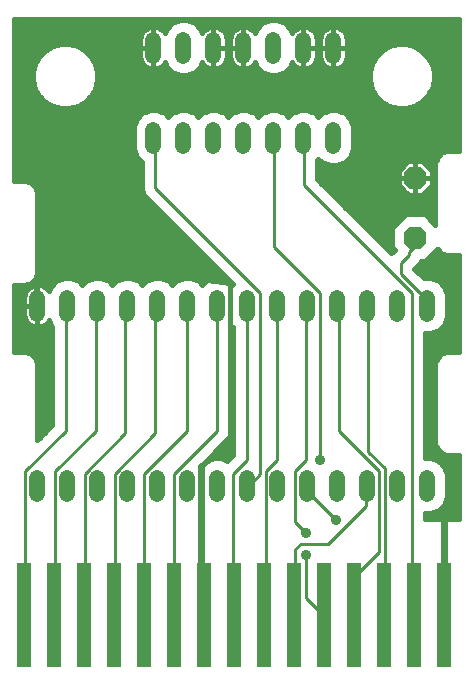
<source format=gbl>
G75*
%MOIN*%
%OFA0B0*%
%FSLAX25Y25*%
%IPPOS*%
%LPD*%
%AMOC8*
5,1,8,0,0,1.08239X$1,22.5*
%
%ADD10OC8,0.07600*%
%ADD11C,0.05200*%
%ADD12R,0.05000X0.35000*%
%ADD13C,0.02400*%
%ADD14C,0.01000*%
%ADD15C,0.01600*%
%ADD16C,0.03600*%
D10*
X0352445Y0148100D03*
X0352445Y0168100D03*
D11*
X0325161Y0178847D02*
X0325161Y0184047D01*
X0315161Y0184047D02*
X0315161Y0178847D01*
X0305161Y0178847D02*
X0305161Y0184047D01*
X0295161Y0184047D02*
X0295161Y0178847D01*
X0285161Y0178847D02*
X0285161Y0184047D01*
X0275161Y0184047D02*
X0275161Y0178847D01*
X0265161Y0178847D02*
X0265161Y0184047D01*
X0265161Y0208847D02*
X0265161Y0214047D01*
X0275161Y0214047D02*
X0275161Y0208847D01*
X0285161Y0208847D02*
X0285161Y0214047D01*
X0295161Y0214047D02*
X0295161Y0208847D01*
X0305161Y0208847D02*
X0305161Y0214047D01*
X0315161Y0214047D02*
X0315161Y0208847D01*
X0325161Y0208847D02*
X0325161Y0214047D01*
X0326500Y0128063D02*
X0326500Y0122863D01*
X0316500Y0122863D02*
X0316500Y0128063D01*
X0306500Y0128063D02*
X0306500Y0122863D01*
X0296500Y0122863D02*
X0296500Y0128063D01*
X0286500Y0128063D02*
X0286500Y0122863D01*
X0276500Y0122863D02*
X0276500Y0128063D01*
X0266500Y0128063D02*
X0266500Y0122863D01*
X0256500Y0122863D02*
X0256500Y0128063D01*
X0246500Y0128063D02*
X0246500Y0122863D01*
X0236500Y0122863D02*
X0236500Y0128063D01*
X0226500Y0128063D02*
X0226500Y0122863D01*
X0226500Y0068063D02*
X0226500Y0062863D01*
X0236500Y0062863D02*
X0236500Y0068063D01*
X0246500Y0068063D02*
X0246500Y0062863D01*
X0256500Y0062863D02*
X0256500Y0068063D01*
X0266500Y0068063D02*
X0266500Y0062863D01*
X0276500Y0062863D02*
X0276500Y0068063D01*
X0286500Y0068063D02*
X0286500Y0062863D01*
X0296500Y0062863D02*
X0296500Y0068063D01*
X0306500Y0068063D02*
X0306500Y0062863D01*
X0316500Y0062863D02*
X0316500Y0068063D01*
X0326500Y0068063D02*
X0326500Y0062863D01*
X0336500Y0062863D02*
X0336500Y0068063D01*
X0346500Y0068063D02*
X0346500Y0062863D01*
X0356500Y0062863D02*
X0356500Y0068063D01*
X0356500Y0122863D02*
X0356500Y0128063D01*
X0346500Y0128063D02*
X0346500Y0122863D01*
X0336500Y0122863D02*
X0336500Y0128063D01*
D12*
X0332031Y0022293D03*
X0322031Y0022293D03*
X0312031Y0022293D03*
X0302031Y0022293D03*
X0292031Y0022293D03*
X0282031Y0022293D03*
X0272031Y0022293D03*
X0262031Y0022293D03*
X0252031Y0022293D03*
X0242031Y0022293D03*
X0232031Y0022293D03*
X0222031Y0022293D03*
X0342031Y0022293D03*
X0352031Y0022293D03*
X0362031Y0022293D03*
D13*
X0362000Y0022660D02*
X0362000Y0054321D01*
X0280988Y0072037D02*
X0280988Y0022293D01*
D14*
X0272031Y0022293D02*
X0272000Y0022660D01*
X0272000Y0069460D01*
X0286400Y0083860D01*
X0286400Y0125260D01*
X0286500Y0125463D01*
X0296300Y0125260D02*
X0296500Y0125463D01*
X0296300Y0125260D02*
X0296300Y0073960D01*
X0291800Y0069460D01*
X0291800Y0022660D01*
X0292031Y0022293D01*
X0302031Y0022293D02*
X0302600Y0022660D01*
X0302600Y0070360D01*
X0306200Y0073960D01*
X0306200Y0125260D01*
X0306500Y0125463D01*
X0300800Y0129760D02*
X0300800Y0069460D01*
X0297200Y0065860D01*
X0296500Y0065463D01*
X0312500Y0070360D02*
X0312500Y0053260D01*
X0316100Y0049660D01*
X0314300Y0046060D02*
X0312500Y0044260D01*
X0312500Y0022660D01*
X0312031Y0022293D01*
X0316100Y0028060D02*
X0321500Y0022660D01*
X0322031Y0022293D01*
X0332031Y0022293D02*
X0332300Y0022660D01*
X0332300Y0035260D01*
X0340400Y0043360D01*
X0340400Y0070360D01*
X0326900Y0083860D01*
X0326900Y0125260D01*
X0326500Y0125463D01*
X0320600Y0129760D02*
X0320600Y0073960D01*
X0316100Y0073960D02*
X0312500Y0070360D01*
X0316100Y0073960D02*
X0316100Y0125260D01*
X0316500Y0125463D01*
X0320600Y0129760D02*
X0305300Y0145060D01*
X0305300Y0181060D01*
X0305161Y0181447D01*
X0315161Y0181447D02*
X0315200Y0181060D01*
X0315200Y0165760D01*
X0351200Y0129760D01*
X0351200Y0022660D01*
X0352031Y0022293D01*
X0362000Y0022660D02*
X0362031Y0022293D01*
X0342200Y0022660D02*
X0342031Y0022293D01*
X0342200Y0022660D02*
X0342200Y0071260D01*
X0336800Y0076660D01*
X0336800Y0125260D01*
X0336500Y0125463D01*
X0347600Y0136060D02*
X0355700Y0127960D01*
X0355700Y0126160D01*
X0356500Y0125463D01*
X0347600Y0136060D02*
X0347600Y0139660D01*
X0350300Y0142360D01*
X0350300Y0143260D01*
X0352100Y0145060D01*
X0352100Y0147760D01*
X0352445Y0148100D01*
X0300800Y0129760D02*
X0265700Y0164860D01*
X0265700Y0181060D01*
X0265161Y0181447D01*
X0266500Y0125463D02*
X0265700Y0125260D01*
X0265700Y0082960D01*
X0252200Y0069460D01*
X0252200Y0022660D01*
X0252031Y0022293D01*
X0242300Y0022660D02*
X0242031Y0022293D01*
X0242300Y0022660D02*
X0242300Y0069460D01*
X0255800Y0082960D01*
X0255800Y0125260D01*
X0256500Y0125463D01*
X0246500Y0125463D02*
X0245900Y0125260D01*
X0245900Y0083860D01*
X0232400Y0070360D01*
X0232400Y0022660D01*
X0232031Y0022293D01*
X0222500Y0022660D02*
X0222031Y0022293D01*
X0222500Y0022660D02*
X0222500Y0070360D01*
X0236000Y0083860D01*
X0236000Y0125260D01*
X0236500Y0125463D01*
X0276500Y0125463D02*
X0276500Y0083860D01*
X0262100Y0069460D01*
X0262100Y0022660D01*
X0262031Y0022293D01*
X0316100Y0028060D02*
X0316100Y0042460D01*
X0314300Y0046060D02*
X0323300Y0046060D01*
X0335900Y0058660D01*
X0335900Y0064960D01*
X0336500Y0065463D01*
X0326000Y0054160D02*
X0317000Y0063160D01*
X0317000Y0064960D01*
X0316500Y0065463D01*
D15*
X0218559Y0110002D02*
X0218559Y0132498D01*
X0222828Y0132498D01*
X0224482Y0133183D01*
X0225748Y0134449D01*
X0226433Y0136103D01*
X0226433Y0163484D01*
X0225748Y0165138D01*
X0224482Y0166403D01*
X0222828Y0167089D01*
X0218559Y0167089D01*
X0218559Y0221081D01*
X0367039Y0221081D01*
X0367039Y0176931D01*
X0362770Y0176931D01*
X0361116Y0176246D01*
X0359850Y0174980D01*
X0359165Y0173326D01*
X0359165Y0152411D01*
X0355676Y0155900D01*
X0349214Y0155900D01*
X0344645Y0151331D01*
X0344645Y0144870D01*
X0345545Y0143969D01*
X0345051Y0143475D01*
X0344450Y0142874D01*
X0319700Y0167624D01*
X0319700Y0174052D01*
X0320161Y0174513D01*
X0321423Y0173252D01*
X0323849Y0172247D01*
X0326474Y0172247D01*
X0328900Y0173252D01*
X0330757Y0175108D01*
X0331761Y0177534D01*
X0331761Y0185360D01*
X0330757Y0187785D01*
X0328900Y0189642D01*
X0326474Y0190647D01*
X0323849Y0190647D01*
X0321423Y0189642D01*
X0320161Y0188381D01*
X0318900Y0189642D01*
X0316474Y0190647D01*
X0313849Y0190647D01*
X0311423Y0189642D01*
X0310161Y0188381D01*
X0308900Y0189642D01*
X0306474Y0190647D01*
X0303849Y0190647D01*
X0301423Y0189642D01*
X0300161Y0188381D01*
X0298900Y0189642D01*
X0296474Y0190647D01*
X0293849Y0190647D01*
X0291423Y0189642D01*
X0290161Y0188381D01*
X0288900Y0189642D01*
X0286474Y0190647D01*
X0283849Y0190647D01*
X0281423Y0189642D01*
X0280161Y0188381D01*
X0278900Y0189642D01*
X0276474Y0190647D01*
X0273849Y0190647D01*
X0271423Y0189642D01*
X0270161Y0188381D01*
X0268900Y0189642D01*
X0266474Y0190647D01*
X0263849Y0190647D01*
X0261423Y0189642D01*
X0259566Y0187785D01*
X0258561Y0185360D01*
X0258561Y0177534D01*
X0259566Y0175108D01*
X0261200Y0173474D01*
X0261200Y0163965D01*
X0261885Y0162311D01*
X0291650Y0132546D01*
X0291500Y0132396D01*
X0290239Y0133658D01*
X0287813Y0134663D01*
X0285187Y0134663D01*
X0282761Y0133658D01*
X0281500Y0132396D01*
X0280239Y0133658D01*
X0277813Y0134663D01*
X0275187Y0134663D01*
X0272761Y0133658D01*
X0271500Y0132396D01*
X0270239Y0133658D01*
X0267813Y0134663D01*
X0265187Y0134663D01*
X0262761Y0133658D01*
X0261500Y0132396D01*
X0260239Y0133658D01*
X0257813Y0134663D01*
X0255187Y0134663D01*
X0252761Y0133658D01*
X0251500Y0132396D01*
X0250239Y0133658D01*
X0247813Y0134663D01*
X0245187Y0134663D01*
X0242761Y0133658D01*
X0241500Y0132396D01*
X0240239Y0133658D01*
X0237813Y0134663D01*
X0235187Y0134663D01*
X0232761Y0133658D01*
X0230905Y0131801D01*
X0230290Y0130316D01*
X0230263Y0130369D01*
X0229856Y0130929D01*
X0229366Y0131419D01*
X0228806Y0131826D01*
X0228189Y0132140D01*
X0227530Y0132354D01*
X0226846Y0132463D01*
X0226500Y0132463D01*
X0226154Y0132463D01*
X0225470Y0132354D01*
X0224811Y0132140D01*
X0224194Y0131826D01*
X0223634Y0131419D01*
X0223144Y0130929D01*
X0222737Y0130369D01*
X0222422Y0129752D01*
X0222208Y0129093D01*
X0222100Y0128409D01*
X0222100Y0125463D01*
X0226500Y0125463D01*
X0226500Y0132463D01*
X0226500Y0125463D01*
X0226500Y0125463D01*
X0226500Y0125463D01*
X0225870Y0133061D01*
X0229807Y0140935D01*
X0290831Y0133061D01*
X0290831Y0081880D01*
X0280988Y0072037D01*
X0288862Y0077943D01*
X0287174Y0078270D02*
X0291800Y0078270D01*
X0291800Y0079868D02*
X0288772Y0079868D01*
X0290215Y0081311D02*
X0290900Y0082965D01*
X0290900Y0084755D01*
X0290900Y0117929D01*
X0291500Y0118529D01*
X0291800Y0118229D01*
X0291800Y0075824D01*
X0289811Y0073835D01*
X0287813Y0074663D01*
X0285187Y0074663D01*
X0282761Y0073658D01*
X0281500Y0072396D01*
X0281400Y0072496D01*
X0290215Y0081311D01*
X0290279Y0081467D02*
X0291800Y0081467D01*
X0291800Y0083065D02*
X0290900Y0083065D01*
X0290900Y0084664D02*
X0291800Y0084664D01*
X0291800Y0086262D02*
X0290900Y0086262D01*
X0290900Y0087861D02*
X0291800Y0087861D01*
X0291800Y0089459D02*
X0290900Y0089459D01*
X0290900Y0091058D02*
X0291800Y0091058D01*
X0291800Y0092656D02*
X0290900Y0092656D01*
X0290900Y0094255D02*
X0291800Y0094255D01*
X0291800Y0095853D02*
X0290900Y0095853D01*
X0290900Y0097452D02*
X0291800Y0097452D01*
X0291800Y0099050D02*
X0290900Y0099050D01*
X0290900Y0100649D02*
X0291800Y0100649D01*
X0291800Y0102247D02*
X0290900Y0102247D01*
X0290900Y0103846D02*
X0291800Y0103846D01*
X0291800Y0105444D02*
X0290900Y0105444D01*
X0290900Y0107043D02*
X0291800Y0107043D01*
X0291800Y0108642D02*
X0290900Y0108642D01*
X0290900Y0110240D02*
X0291800Y0110240D01*
X0291800Y0111839D02*
X0290900Y0111839D01*
X0290900Y0113437D02*
X0291800Y0113437D01*
X0291800Y0115036D02*
X0290900Y0115036D01*
X0290900Y0116634D02*
X0291800Y0116634D01*
X0291796Y0118233D02*
X0291204Y0118233D01*
X0291277Y0132619D02*
X0291577Y0132619D01*
X0289979Y0134218D02*
X0288887Y0134218D01*
X0288380Y0135816D02*
X0226314Y0135816D01*
X0226433Y0137415D02*
X0286782Y0137415D01*
X0285183Y0139013D02*
X0226433Y0139013D01*
X0226433Y0140612D02*
X0283585Y0140612D01*
X0281986Y0142210D02*
X0226433Y0142210D01*
X0226433Y0143809D02*
X0280388Y0143809D01*
X0278789Y0145407D02*
X0226433Y0145407D01*
X0226433Y0147006D02*
X0277190Y0147006D01*
X0275592Y0148604D02*
X0226433Y0148604D01*
X0226433Y0150203D02*
X0273993Y0150203D01*
X0272395Y0151801D02*
X0226433Y0151801D01*
X0226433Y0153400D02*
X0270796Y0153400D01*
X0269198Y0154998D02*
X0226433Y0154998D01*
X0226433Y0156597D02*
X0267599Y0156597D01*
X0266001Y0158195D02*
X0226433Y0158195D01*
X0226433Y0159794D02*
X0264402Y0159794D01*
X0262804Y0161392D02*
X0226433Y0161392D01*
X0226433Y0162991D02*
X0261604Y0162991D01*
X0261200Y0164589D02*
X0225975Y0164589D01*
X0224698Y0166188D02*
X0261200Y0166188D01*
X0261200Y0167786D02*
X0218559Y0167786D01*
X0218559Y0169385D02*
X0261200Y0169385D01*
X0261200Y0170983D02*
X0218559Y0170983D01*
X0218559Y0172582D02*
X0261200Y0172582D01*
X0260494Y0174180D02*
X0218559Y0174180D01*
X0218559Y0175779D02*
X0259288Y0175779D01*
X0258626Y0177377D02*
X0218559Y0177377D01*
X0218559Y0178976D02*
X0258561Y0178976D01*
X0258561Y0180575D02*
X0218559Y0180575D01*
X0218559Y0182173D02*
X0258561Y0182173D01*
X0258561Y0183772D02*
X0218559Y0183772D01*
X0218559Y0185370D02*
X0258566Y0185370D01*
X0259228Y0186969D02*
X0218559Y0186969D01*
X0218559Y0188567D02*
X0260348Y0188567D01*
X0262687Y0190166D02*
X0218559Y0190166D01*
X0218559Y0191764D02*
X0232445Y0191764D01*
X0231585Y0191994D02*
X0234305Y0191266D01*
X0237120Y0191266D01*
X0239840Y0191994D01*
X0242278Y0193402D01*
X0244269Y0195393D01*
X0245677Y0197831D01*
X0246405Y0200551D01*
X0246405Y0203366D01*
X0245677Y0206086D01*
X0244269Y0208524D01*
X0242278Y0210515D01*
X0239840Y0211923D01*
X0237120Y0212652D01*
X0234305Y0212652D01*
X0231585Y0211923D01*
X0229147Y0210515D01*
X0227156Y0208524D01*
X0225748Y0206086D01*
X0225020Y0203366D01*
X0225020Y0200551D01*
X0225748Y0197831D01*
X0227156Y0195393D01*
X0229147Y0193402D01*
X0231585Y0191994D01*
X0229216Y0193363D02*
X0218559Y0193363D01*
X0218559Y0194961D02*
X0227588Y0194961D01*
X0226483Y0196560D02*
X0218559Y0196560D01*
X0218559Y0198158D02*
X0225661Y0198158D01*
X0225232Y0199757D02*
X0218559Y0199757D01*
X0218559Y0201355D02*
X0225020Y0201355D01*
X0225020Y0202954D02*
X0218559Y0202954D01*
X0218559Y0204552D02*
X0225337Y0204552D01*
X0225786Y0206151D02*
X0218559Y0206151D01*
X0218559Y0207749D02*
X0226709Y0207749D01*
X0227980Y0209348D02*
X0218559Y0209348D01*
X0218559Y0210946D02*
X0229894Y0210946D01*
X0233906Y0212545D02*
X0218559Y0212545D01*
X0218559Y0214143D02*
X0260761Y0214143D01*
X0260761Y0214393D02*
X0260761Y0211447D01*
X0265161Y0211447D01*
X0265161Y0211447D01*
X0265161Y0218447D01*
X0264815Y0218447D01*
X0264131Y0218338D01*
X0263472Y0218124D01*
X0262855Y0217810D01*
X0262295Y0217403D01*
X0261805Y0216913D01*
X0261398Y0216353D01*
X0261084Y0215736D01*
X0260870Y0215077D01*
X0260761Y0214393D01*
X0261087Y0215742D02*
X0218559Y0215742D01*
X0218559Y0217340D02*
X0262232Y0217340D01*
X0265161Y0217340D02*
X0265161Y0217340D01*
X0265161Y0218447D02*
X0265161Y0211447D01*
X0265161Y0211447D01*
X0260761Y0211447D01*
X0260761Y0208501D01*
X0260870Y0207817D01*
X0261084Y0207158D01*
X0261398Y0206541D01*
X0261805Y0205980D01*
X0262295Y0205491D01*
X0262855Y0205084D01*
X0263472Y0204769D01*
X0264131Y0204555D01*
X0264815Y0204447D01*
X0265161Y0204447D01*
X0265161Y0211447D01*
X0265161Y0211447D01*
X0265161Y0204447D01*
X0265508Y0204447D01*
X0266192Y0204555D01*
X0266850Y0204769D01*
X0267468Y0205084D01*
X0268028Y0205491D01*
X0268518Y0205980D01*
X0268925Y0206541D01*
X0268951Y0206593D01*
X0269566Y0205108D01*
X0271423Y0203252D01*
X0273849Y0202247D01*
X0276474Y0202247D01*
X0278900Y0203252D01*
X0280757Y0205108D01*
X0281372Y0206593D01*
X0281398Y0206541D01*
X0281805Y0205980D01*
X0282295Y0205491D01*
X0282855Y0205084D01*
X0283472Y0204769D01*
X0284131Y0204555D01*
X0284815Y0204447D01*
X0285161Y0204447D01*
X0285161Y0211447D01*
X0285161Y0218447D01*
X0284815Y0218447D01*
X0284131Y0218338D01*
X0283472Y0218124D01*
X0282855Y0217810D01*
X0282295Y0217403D01*
X0281805Y0216913D01*
X0281398Y0216353D01*
X0281372Y0216301D01*
X0280757Y0217785D01*
X0278900Y0219642D01*
X0276474Y0220647D01*
X0273849Y0220647D01*
X0271423Y0219642D01*
X0269566Y0217785D01*
X0268951Y0216301D01*
X0268925Y0216353D01*
X0268518Y0216913D01*
X0268028Y0217403D01*
X0267468Y0217810D01*
X0266850Y0218124D01*
X0266192Y0218338D01*
X0265508Y0218447D01*
X0265161Y0218447D01*
X0268091Y0217340D02*
X0269382Y0217340D01*
X0270720Y0218939D02*
X0218559Y0218939D01*
X0218559Y0220537D02*
X0273584Y0220537D01*
X0276739Y0220537D02*
X0303584Y0220537D01*
X0303849Y0220647D02*
X0301423Y0219642D01*
X0299566Y0217785D01*
X0298951Y0216301D01*
X0298925Y0216353D01*
X0298518Y0216913D01*
X0298028Y0217403D01*
X0297468Y0217810D01*
X0296850Y0218124D01*
X0296192Y0218338D01*
X0295508Y0218447D01*
X0295161Y0218447D01*
X0294815Y0218447D01*
X0294131Y0218338D01*
X0293472Y0218124D01*
X0292855Y0217810D01*
X0292295Y0217403D01*
X0291805Y0216913D01*
X0291398Y0216353D01*
X0291084Y0215736D01*
X0290870Y0215077D01*
X0290761Y0214393D01*
X0290761Y0211447D01*
X0295161Y0211447D01*
X0295161Y0211447D01*
X0295161Y0218447D01*
X0295161Y0211447D01*
X0295161Y0211447D01*
X0290761Y0211447D01*
X0290761Y0208501D01*
X0290870Y0207817D01*
X0291084Y0207158D01*
X0291398Y0206541D01*
X0291805Y0205980D01*
X0292295Y0205491D01*
X0292855Y0205084D01*
X0293472Y0204769D01*
X0294131Y0204555D01*
X0294815Y0204447D01*
X0295161Y0204447D01*
X0295161Y0211447D01*
X0295161Y0211447D01*
X0295161Y0204447D01*
X0295508Y0204447D01*
X0296192Y0204555D01*
X0296850Y0204769D01*
X0297468Y0205084D01*
X0298028Y0205491D01*
X0298518Y0205980D01*
X0298925Y0206541D01*
X0298951Y0206593D01*
X0299566Y0205108D01*
X0301423Y0203252D01*
X0303849Y0202247D01*
X0306474Y0202247D01*
X0308900Y0203252D01*
X0310757Y0205108D01*
X0311372Y0206593D01*
X0311398Y0206541D01*
X0311805Y0205980D01*
X0312295Y0205491D01*
X0312855Y0205084D01*
X0313472Y0204769D01*
X0314131Y0204555D01*
X0314815Y0204447D01*
X0315161Y0204447D01*
X0315161Y0211447D01*
X0315161Y0218447D01*
X0314815Y0218447D01*
X0314131Y0218338D01*
X0313472Y0218124D01*
X0312855Y0217810D01*
X0312295Y0217403D01*
X0311805Y0216913D01*
X0311398Y0216353D01*
X0311372Y0216301D01*
X0310757Y0217785D01*
X0308900Y0219642D01*
X0306474Y0220647D01*
X0303849Y0220647D01*
X0306739Y0220537D02*
X0367039Y0220537D01*
X0367039Y0218939D02*
X0309603Y0218939D01*
X0310941Y0217340D02*
X0312232Y0217340D01*
X0315161Y0217340D02*
X0315161Y0217340D01*
X0315161Y0218447D02*
X0315161Y0211447D01*
X0315161Y0211447D01*
X0315161Y0211447D01*
X0315162Y0211447D02*
X0319561Y0211447D01*
X0319561Y0214393D01*
X0319453Y0215077D01*
X0319239Y0215736D01*
X0318925Y0216353D01*
X0318518Y0216913D01*
X0318028Y0217403D01*
X0317468Y0217810D01*
X0316850Y0218124D01*
X0316192Y0218338D01*
X0315508Y0218447D01*
X0315161Y0218447D01*
X0318091Y0217340D02*
X0322232Y0217340D01*
X0322295Y0217403D02*
X0321805Y0216913D01*
X0321398Y0216353D01*
X0321084Y0215736D01*
X0320870Y0215077D01*
X0320761Y0214393D01*
X0320761Y0211447D01*
X0325161Y0211447D01*
X0325161Y0211447D01*
X0325161Y0218447D01*
X0324815Y0218447D01*
X0324131Y0218338D01*
X0323472Y0218124D01*
X0322855Y0217810D01*
X0322295Y0217403D01*
X0321087Y0215742D02*
X0319236Y0215742D01*
X0319561Y0214143D02*
X0320761Y0214143D01*
X0320761Y0212545D02*
X0319561Y0212545D01*
X0319561Y0211447D02*
X0315162Y0211447D01*
X0315162Y0211447D01*
X0315161Y0211447D02*
X0315161Y0204447D01*
X0315508Y0204447D01*
X0316192Y0204555D01*
X0316850Y0204769D01*
X0317468Y0205084D01*
X0318028Y0205491D01*
X0318518Y0205980D01*
X0318925Y0206541D01*
X0319239Y0207158D01*
X0319453Y0207817D01*
X0319561Y0208501D01*
X0319561Y0211447D01*
X0319561Y0210946D02*
X0320761Y0210946D01*
X0320761Y0211447D02*
X0320761Y0208501D01*
X0320870Y0207817D01*
X0321084Y0207158D01*
X0321398Y0206541D01*
X0321805Y0205980D01*
X0322295Y0205491D01*
X0322855Y0205084D01*
X0323472Y0204769D01*
X0324131Y0204555D01*
X0324815Y0204447D01*
X0325161Y0204447D01*
X0325161Y0211447D01*
X0325161Y0211447D01*
X0320761Y0211447D01*
X0320761Y0209348D02*
X0319561Y0209348D01*
X0319431Y0207749D02*
X0320892Y0207749D01*
X0321682Y0206151D02*
X0318641Y0206151D01*
X0316173Y0204552D02*
X0324150Y0204552D01*
X0325161Y0204552D02*
X0325161Y0204552D01*
X0325161Y0204447D02*
X0325508Y0204447D01*
X0326192Y0204555D01*
X0326850Y0204769D01*
X0327468Y0205084D01*
X0328028Y0205491D01*
X0328518Y0205980D01*
X0328925Y0206541D01*
X0329239Y0207158D01*
X0329453Y0207817D01*
X0329561Y0208501D01*
X0329561Y0211447D01*
X0329561Y0214393D01*
X0329453Y0215077D01*
X0329239Y0215736D01*
X0328925Y0216353D01*
X0328518Y0216913D01*
X0328028Y0217403D01*
X0327468Y0217810D01*
X0326850Y0218124D01*
X0326192Y0218338D01*
X0325508Y0218447D01*
X0325161Y0218447D01*
X0325161Y0211447D01*
X0325161Y0211447D01*
X0325162Y0211447D02*
X0329561Y0211447D01*
X0325162Y0211447D01*
X0325162Y0211447D01*
X0325161Y0211447D02*
X0325161Y0204447D01*
X0326173Y0204552D02*
X0337542Y0204552D01*
X0337224Y0203366D02*
X0337224Y0200551D01*
X0337953Y0197831D01*
X0339361Y0195393D01*
X0341352Y0193402D01*
X0343790Y0191994D01*
X0346510Y0191266D01*
X0349325Y0191266D01*
X0352045Y0191994D01*
X0354483Y0193402D01*
X0356474Y0195393D01*
X0357882Y0197831D01*
X0358610Y0200551D01*
X0358610Y0203366D01*
X0357882Y0206086D01*
X0356474Y0208524D01*
X0354483Y0210515D01*
X0352045Y0211923D01*
X0349325Y0212652D01*
X0346510Y0212652D01*
X0343790Y0211923D01*
X0341352Y0210515D01*
X0339361Y0208524D01*
X0337953Y0206086D01*
X0337224Y0203366D01*
X0337224Y0202954D02*
X0308181Y0202954D01*
X0310201Y0204552D02*
X0314150Y0204552D01*
X0315161Y0204552D02*
X0315161Y0204552D01*
X0315161Y0206151D02*
X0315161Y0206151D01*
X0315161Y0207749D02*
X0315161Y0207749D01*
X0315161Y0209348D02*
X0315161Y0209348D01*
X0315161Y0210946D02*
X0315161Y0210946D01*
X0315161Y0212545D02*
X0315161Y0212545D01*
X0315161Y0214143D02*
X0315161Y0214143D01*
X0315161Y0215742D02*
X0315161Y0215742D01*
X0325161Y0215742D02*
X0325161Y0215742D01*
X0325161Y0217340D02*
X0325161Y0217340D01*
X0328091Y0217340D02*
X0367039Y0217340D01*
X0367039Y0215742D02*
X0329236Y0215742D01*
X0329561Y0214143D02*
X0367039Y0214143D01*
X0367039Y0212545D02*
X0349724Y0212545D01*
X0346111Y0212545D02*
X0329561Y0212545D01*
X0329561Y0210946D02*
X0342098Y0210946D01*
X0340184Y0209348D02*
X0329561Y0209348D01*
X0329431Y0207749D02*
X0338913Y0207749D01*
X0337991Y0206151D02*
X0328641Y0206151D01*
X0325161Y0206151D02*
X0325161Y0206151D01*
X0325161Y0207749D02*
X0325161Y0207749D01*
X0325161Y0209348D02*
X0325161Y0209348D01*
X0325161Y0210946D02*
X0325161Y0210946D01*
X0325161Y0212545D02*
X0325161Y0212545D01*
X0325161Y0214143D02*
X0325161Y0214143D01*
X0311682Y0206151D02*
X0311188Y0206151D01*
X0302142Y0202954D02*
X0278181Y0202954D01*
X0280201Y0204552D02*
X0284150Y0204552D01*
X0285161Y0204552D02*
X0285161Y0204552D01*
X0285161Y0204447D02*
X0285508Y0204447D01*
X0286192Y0204555D01*
X0286850Y0204769D01*
X0287468Y0205084D01*
X0288028Y0205491D01*
X0288518Y0205980D01*
X0288925Y0206541D01*
X0289239Y0207158D01*
X0289453Y0207817D01*
X0289561Y0208501D01*
X0289561Y0211447D01*
X0289561Y0214393D01*
X0289453Y0215077D01*
X0289239Y0215736D01*
X0288925Y0216353D01*
X0288518Y0216913D01*
X0288028Y0217403D01*
X0287468Y0217810D01*
X0286850Y0218124D01*
X0286192Y0218338D01*
X0285508Y0218447D01*
X0285161Y0218447D01*
X0285161Y0211447D01*
X0285161Y0211447D01*
X0285161Y0211447D01*
X0285162Y0211447D02*
X0289561Y0211447D01*
X0285162Y0211447D01*
X0285162Y0211447D01*
X0285161Y0211447D02*
X0285161Y0204447D01*
X0286173Y0204552D02*
X0294150Y0204552D01*
X0295161Y0204552D02*
X0295161Y0204552D01*
X0296173Y0204552D02*
X0300122Y0204552D01*
X0299134Y0206151D02*
X0298641Y0206151D01*
X0295161Y0206151D02*
X0295161Y0206151D01*
X0295161Y0207749D02*
X0295161Y0207749D01*
X0295161Y0209348D02*
X0295161Y0209348D01*
X0295161Y0210946D02*
X0295161Y0210946D01*
X0295161Y0212545D02*
X0295161Y0212545D01*
X0295161Y0214143D02*
X0295161Y0214143D01*
X0295161Y0215742D02*
X0295161Y0215742D01*
X0295161Y0217340D02*
X0295161Y0217340D01*
X0292232Y0217340D02*
X0288091Y0217340D01*
X0289236Y0215742D02*
X0291087Y0215742D01*
X0290761Y0214143D02*
X0289561Y0214143D01*
X0289561Y0212545D02*
X0290761Y0212545D01*
X0290761Y0210946D02*
X0289561Y0210946D01*
X0289561Y0209348D02*
X0290761Y0209348D01*
X0290892Y0207749D02*
X0289431Y0207749D01*
X0288641Y0206151D02*
X0291682Y0206151D01*
X0285161Y0206151D02*
X0285161Y0206151D01*
X0285161Y0207749D02*
X0285161Y0207749D01*
X0285161Y0209348D02*
X0285161Y0209348D01*
X0285161Y0210946D02*
X0285161Y0210946D01*
X0285161Y0212545D02*
X0285161Y0212545D01*
X0285161Y0214143D02*
X0285161Y0214143D01*
X0285161Y0215742D02*
X0285161Y0215742D01*
X0285161Y0217340D02*
X0285161Y0217340D01*
X0282232Y0217340D02*
X0280941Y0217340D01*
X0279603Y0218939D02*
X0300720Y0218939D01*
X0299382Y0217340D02*
X0298091Y0217340D01*
X0281682Y0206151D02*
X0281188Y0206151D01*
X0272142Y0202954D02*
X0246405Y0202954D01*
X0246405Y0201355D02*
X0337224Y0201355D01*
X0337437Y0199757D02*
X0246193Y0199757D01*
X0245764Y0198158D02*
X0337866Y0198158D01*
X0338687Y0196560D02*
X0244943Y0196560D01*
X0243837Y0194961D02*
X0339793Y0194961D01*
X0341420Y0193363D02*
X0242210Y0193363D01*
X0238980Y0191764D02*
X0344650Y0191764D01*
X0351185Y0191764D02*
X0367039Y0191764D01*
X0367039Y0190166D02*
X0327636Y0190166D01*
X0329975Y0188567D02*
X0367039Y0188567D01*
X0367039Y0186969D02*
X0331095Y0186969D01*
X0331757Y0185370D02*
X0367039Y0185370D01*
X0367039Y0183772D02*
X0331761Y0183772D01*
X0331761Y0182173D02*
X0367039Y0182173D01*
X0367039Y0180575D02*
X0331761Y0180575D01*
X0331761Y0178976D02*
X0367039Y0178976D01*
X0367039Y0177377D02*
X0331697Y0177377D01*
X0331034Y0175779D02*
X0360649Y0175779D01*
X0359519Y0174180D02*
X0329829Y0174180D01*
X0327283Y0172582D02*
X0349007Y0172582D01*
X0350125Y0173700D02*
X0346845Y0170420D01*
X0346845Y0168100D01*
X0346845Y0165781D01*
X0350125Y0162500D01*
X0352445Y0162500D01*
X0354764Y0162500D01*
X0358045Y0165781D01*
X0358045Y0168100D01*
X0352445Y0168100D01*
X0352445Y0162500D01*
X0352445Y0168100D01*
X0352445Y0168100D01*
X0352445Y0168100D01*
X0346845Y0168100D01*
X0352445Y0168100D01*
X0352445Y0168100D01*
X0358045Y0168100D01*
X0358045Y0170420D01*
X0354764Y0173700D01*
X0352445Y0173700D01*
X0352445Y0168101D01*
X0352445Y0168101D01*
X0352445Y0173700D01*
X0350125Y0173700D01*
X0352445Y0172582D02*
X0352445Y0172582D01*
X0352445Y0170983D02*
X0352445Y0170983D01*
X0352445Y0169385D02*
X0352445Y0169385D01*
X0352445Y0167786D02*
X0352445Y0167786D01*
X0352445Y0166188D02*
X0352445Y0166188D01*
X0352445Y0164589D02*
X0352445Y0164589D01*
X0352445Y0162991D02*
X0352445Y0162991D01*
X0355255Y0162991D02*
X0359165Y0162991D01*
X0359165Y0164589D02*
X0356853Y0164589D01*
X0358045Y0166188D02*
X0359165Y0166188D01*
X0359165Y0167786D02*
X0358045Y0167786D01*
X0358045Y0169385D02*
X0359165Y0169385D01*
X0359165Y0170983D02*
X0357481Y0170983D01*
X0355883Y0172582D02*
X0359165Y0172582D01*
X0348036Y0164589D02*
X0322735Y0164589D01*
X0324333Y0162991D02*
X0349635Y0162991D01*
X0346845Y0166188D02*
X0321136Y0166188D01*
X0319700Y0167786D02*
X0346845Y0167786D01*
X0346845Y0169385D02*
X0319700Y0169385D01*
X0319700Y0170983D02*
X0347408Y0170983D01*
X0359165Y0161392D02*
X0325932Y0161392D01*
X0327530Y0159794D02*
X0359165Y0159794D01*
X0359165Y0158195D02*
X0329129Y0158195D01*
X0330727Y0156597D02*
X0359165Y0156597D01*
X0359165Y0154998D02*
X0356578Y0154998D01*
X0358176Y0153400D02*
X0359165Y0153400D01*
X0348312Y0154998D02*
X0332326Y0154998D01*
X0333924Y0153400D02*
X0346713Y0153400D01*
X0345115Y0151801D02*
X0335523Y0151801D01*
X0337121Y0150203D02*
X0344645Y0150203D01*
X0344645Y0148604D02*
X0338720Y0148604D01*
X0340318Y0147006D02*
X0344645Y0147006D01*
X0344645Y0145407D02*
X0341917Y0145407D01*
X0343515Y0143809D02*
X0345385Y0143809D01*
X0352164Y0137860D02*
X0354115Y0139811D01*
X0354318Y0140300D01*
X0355676Y0140300D01*
X0359797Y0144421D01*
X0359850Y0144291D01*
X0361116Y0143026D01*
X0362770Y0142341D01*
X0367039Y0142341D01*
X0367039Y0110002D01*
X0362770Y0110002D01*
X0361116Y0109317D01*
X0359850Y0108051D01*
X0359165Y0106397D01*
X0359165Y0079410D01*
X0359850Y0077756D01*
X0361116Y0076490D01*
X0362770Y0075805D01*
X0367039Y0075805D01*
X0367039Y0054321D01*
X0355700Y0054321D01*
X0355700Y0056263D01*
X0357813Y0056263D01*
X0360239Y0057267D01*
X0362095Y0059124D01*
X0363100Y0061550D01*
X0363100Y0069375D01*
X0362095Y0071801D01*
X0360239Y0073658D01*
X0357813Y0074663D01*
X0355700Y0074663D01*
X0355700Y0116263D01*
X0357813Y0116263D01*
X0360239Y0117267D01*
X0362095Y0119124D01*
X0363100Y0121550D01*
X0363100Y0129375D01*
X0362095Y0131801D01*
X0360239Y0133658D01*
X0357813Y0134663D01*
X0355362Y0134663D01*
X0352164Y0137860D01*
X0352609Y0137415D02*
X0367039Y0137415D01*
X0367039Y0139013D02*
X0353317Y0139013D01*
X0355987Y0140612D02*
X0367039Y0140612D01*
X0367039Y0142210D02*
X0357586Y0142210D01*
X0359184Y0143809D02*
X0360333Y0143809D01*
X0358887Y0134218D02*
X0367039Y0134218D01*
X0367039Y0135816D02*
X0354208Y0135816D01*
X0361277Y0132619D02*
X0367039Y0132619D01*
X0367039Y0131021D02*
X0362419Y0131021D01*
X0363081Y0129422D02*
X0367039Y0129422D01*
X0367039Y0127824D02*
X0363100Y0127824D01*
X0363100Y0126225D02*
X0367039Y0126225D01*
X0367039Y0124627D02*
X0363100Y0124627D01*
X0363100Y0123028D02*
X0367039Y0123028D01*
X0367039Y0121430D02*
X0363050Y0121430D01*
X0362388Y0119831D02*
X0367039Y0119831D01*
X0367039Y0118233D02*
X0361204Y0118233D01*
X0358710Y0116634D02*
X0367039Y0116634D01*
X0367039Y0115036D02*
X0355700Y0115036D01*
X0355700Y0113437D02*
X0367039Y0113437D01*
X0367039Y0111839D02*
X0355700Y0111839D01*
X0355700Y0110240D02*
X0367039Y0110240D01*
X0360441Y0108642D02*
X0355700Y0108642D01*
X0355700Y0107043D02*
X0359433Y0107043D01*
X0359165Y0105444D02*
X0355700Y0105444D01*
X0355700Y0103846D02*
X0359165Y0103846D01*
X0359165Y0102247D02*
X0355700Y0102247D01*
X0355700Y0100649D02*
X0359165Y0100649D01*
X0359165Y0099050D02*
X0355700Y0099050D01*
X0355700Y0097452D02*
X0359165Y0097452D01*
X0359165Y0095853D02*
X0355700Y0095853D01*
X0355700Y0094255D02*
X0359165Y0094255D01*
X0359165Y0092656D02*
X0355700Y0092656D01*
X0355700Y0091058D02*
X0359165Y0091058D01*
X0359165Y0089459D02*
X0355700Y0089459D01*
X0355700Y0087861D02*
X0359165Y0087861D01*
X0359165Y0086262D02*
X0355700Y0086262D01*
X0355700Y0084664D02*
X0359165Y0084664D01*
X0359165Y0083065D02*
X0355700Y0083065D01*
X0355700Y0081467D02*
X0359165Y0081467D01*
X0359165Y0079868D02*
X0355700Y0079868D01*
X0355700Y0078270D02*
X0359638Y0078270D01*
X0360935Y0076671D02*
X0355700Y0076671D01*
X0355700Y0075073D02*
X0367039Y0075073D01*
X0367039Y0073474D02*
X0360422Y0073474D01*
X0362021Y0071876D02*
X0367039Y0071876D01*
X0367039Y0070277D02*
X0362726Y0070277D01*
X0363100Y0068679D02*
X0367039Y0068679D01*
X0367039Y0067080D02*
X0363100Y0067080D01*
X0363100Y0065482D02*
X0367039Y0065482D01*
X0367039Y0063883D02*
X0363100Y0063883D01*
X0363100Y0062285D02*
X0367039Y0062285D01*
X0367039Y0060686D02*
X0362742Y0060686D01*
X0362059Y0059088D02*
X0367039Y0059088D01*
X0367039Y0057489D02*
X0360460Y0057489D01*
X0355700Y0055891D02*
X0367039Y0055891D01*
X0291800Y0076671D02*
X0285575Y0076671D01*
X0283976Y0075073D02*
X0291049Y0075073D01*
X0282578Y0073474D02*
X0282378Y0073474D01*
X0231500Y0085724D02*
X0226433Y0080657D01*
X0226433Y0106397D01*
X0225748Y0108051D01*
X0224482Y0109317D01*
X0222828Y0110002D01*
X0218559Y0110002D01*
X0218559Y0110240D02*
X0231500Y0110240D01*
X0231500Y0108642D02*
X0225157Y0108642D01*
X0226166Y0107043D02*
X0231500Y0107043D01*
X0231500Y0105444D02*
X0226433Y0105444D01*
X0226433Y0103846D02*
X0231500Y0103846D01*
X0231500Y0102247D02*
X0226433Y0102247D01*
X0226433Y0100649D02*
X0231500Y0100649D01*
X0231500Y0099050D02*
X0226433Y0099050D01*
X0226433Y0097452D02*
X0231500Y0097452D01*
X0231500Y0095853D02*
X0226433Y0095853D01*
X0226433Y0094255D02*
X0231500Y0094255D01*
X0231500Y0092656D02*
X0226433Y0092656D01*
X0226433Y0091058D02*
X0231500Y0091058D01*
X0231500Y0089459D02*
X0226433Y0089459D01*
X0226433Y0087861D02*
X0231500Y0087861D01*
X0231500Y0086262D02*
X0226433Y0086262D01*
X0226433Y0084664D02*
X0230440Y0084664D01*
X0231500Y0085724D02*
X0231500Y0118529D01*
X0230905Y0119124D01*
X0230290Y0120609D01*
X0230263Y0120556D01*
X0229856Y0119996D01*
X0229366Y0119506D01*
X0228806Y0119099D01*
X0228189Y0118785D01*
X0227530Y0118571D01*
X0226846Y0118463D01*
X0226500Y0118463D01*
X0226500Y0125462D01*
X0226500Y0125462D01*
X0226500Y0118463D01*
X0226154Y0118463D01*
X0225470Y0118571D01*
X0224811Y0118785D01*
X0224194Y0119099D01*
X0223634Y0119506D01*
X0223144Y0119996D01*
X0222737Y0120556D01*
X0222422Y0121174D01*
X0222208Y0121832D01*
X0222100Y0122516D01*
X0222100Y0125463D01*
X0226500Y0125463D01*
X0226500Y0126225D02*
X0226500Y0126225D01*
X0226500Y0124627D02*
X0226500Y0124627D01*
X0226500Y0123028D02*
X0226500Y0123028D01*
X0226500Y0121430D02*
X0226500Y0121430D01*
X0226500Y0119831D02*
X0226500Y0119831D01*
X0229691Y0119831D02*
X0230612Y0119831D01*
X0231500Y0118233D02*
X0218559Y0118233D01*
X0218559Y0119831D02*
X0223309Y0119831D01*
X0222339Y0121430D02*
X0218559Y0121430D01*
X0218559Y0123028D02*
X0222100Y0123028D01*
X0222100Y0124627D02*
X0218559Y0124627D01*
X0218559Y0126225D02*
X0222100Y0126225D01*
X0222100Y0127824D02*
X0218559Y0127824D01*
X0218559Y0129422D02*
X0222315Y0129422D01*
X0223236Y0131021D02*
X0218559Y0131021D01*
X0223121Y0132619D02*
X0231723Y0132619D01*
X0230581Y0131021D02*
X0229764Y0131021D01*
X0226500Y0131021D02*
X0226500Y0131021D01*
X0226500Y0129422D02*
X0226500Y0129422D01*
X0226500Y0127824D02*
X0226500Y0127824D01*
X0225517Y0134218D02*
X0234113Y0134218D01*
X0238887Y0134218D02*
X0244113Y0134218D01*
X0241723Y0132619D02*
X0241277Y0132619D01*
X0248887Y0134218D02*
X0254113Y0134218D01*
X0251723Y0132619D02*
X0251277Y0132619D01*
X0258887Y0134218D02*
X0264113Y0134218D01*
X0261723Y0132619D02*
X0261277Y0132619D01*
X0268887Y0134218D02*
X0274113Y0134218D01*
X0271723Y0132619D02*
X0271277Y0132619D01*
X0278887Y0134218D02*
X0284113Y0134218D01*
X0281723Y0132619D02*
X0281277Y0132619D01*
X0231500Y0116634D02*
X0218559Y0116634D01*
X0218559Y0115036D02*
X0231500Y0115036D01*
X0231500Y0113437D02*
X0218559Y0113437D01*
X0218559Y0111839D02*
X0231500Y0111839D01*
X0228841Y0083065D02*
X0226433Y0083065D01*
X0226433Y0081467D02*
X0227243Y0081467D01*
X0280988Y0022293D02*
X0282031Y0022293D01*
X0319700Y0172582D02*
X0323040Y0172582D01*
X0320494Y0174180D02*
X0319829Y0174180D01*
X0319975Y0188567D02*
X0320348Y0188567D01*
X0322687Y0190166D02*
X0317636Y0190166D01*
X0312687Y0190166D02*
X0307636Y0190166D01*
X0309975Y0188567D02*
X0310348Y0188567D01*
X0302687Y0190166D02*
X0297636Y0190166D01*
X0299975Y0188567D02*
X0300348Y0188567D01*
X0292687Y0190166D02*
X0287636Y0190166D01*
X0289975Y0188567D02*
X0290348Y0188567D01*
X0282687Y0190166D02*
X0277636Y0190166D01*
X0279975Y0188567D02*
X0280348Y0188567D01*
X0272687Y0190166D02*
X0267636Y0190166D01*
X0269975Y0188567D02*
X0270348Y0188567D01*
X0270122Y0204552D02*
X0266173Y0204552D01*
X0265161Y0204552D02*
X0265161Y0204552D01*
X0264150Y0204552D02*
X0246088Y0204552D01*
X0245639Y0206151D02*
X0261682Y0206151D01*
X0260892Y0207749D02*
X0244717Y0207749D01*
X0243446Y0209348D02*
X0260761Y0209348D01*
X0260761Y0210946D02*
X0241531Y0210946D01*
X0237519Y0212545D02*
X0260761Y0212545D01*
X0265161Y0212545D02*
X0265161Y0212545D01*
X0265161Y0214143D02*
X0265161Y0214143D01*
X0265161Y0215742D02*
X0265161Y0215742D01*
X0265161Y0210946D02*
X0265161Y0210946D01*
X0265161Y0209348D02*
X0265161Y0209348D01*
X0265161Y0207749D02*
X0265161Y0207749D01*
X0265161Y0206151D02*
X0265161Y0206151D01*
X0268641Y0206151D02*
X0269134Y0206151D01*
X0353736Y0210946D02*
X0367039Y0210946D01*
X0367039Y0209348D02*
X0355650Y0209348D01*
X0356921Y0207749D02*
X0367039Y0207749D01*
X0367039Y0206151D02*
X0357844Y0206151D01*
X0358292Y0204552D02*
X0367039Y0204552D01*
X0367039Y0202954D02*
X0358610Y0202954D01*
X0358610Y0201355D02*
X0367039Y0201355D01*
X0367039Y0199757D02*
X0358397Y0199757D01*
X0357969Y0198158D02*
X0367039Y0198158D01*
X0367039Y0196560D02*
X0357147Y0196560D01*
X0356042Y0194961D02*
X0367039Y0194961D01*
X0367039Y0193363D02*
X0354414Y0193363D01*
D16*
X0320600Y0073960D03*
X0326000Y0054160D03*
X0316100Y0049660D03*
X0316100Y0042460D03*
M02*

</source>
